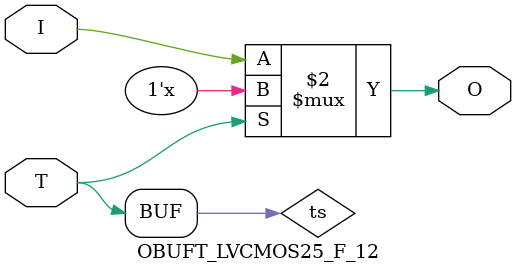
<source format=v>

/*

FUNCTION	: TRI-STATE OUTPUT BUFFER

*/

`celldefine
`timescale  100 ps / 10 ps

module OBUFT_LVCMOS25_F_12 (O, I, T);

    output O;

    input  I, T;

    or O1 (ts, 1'b0, T);
    bufif0 T1 (O, I, ts);

endmodule

</source>
